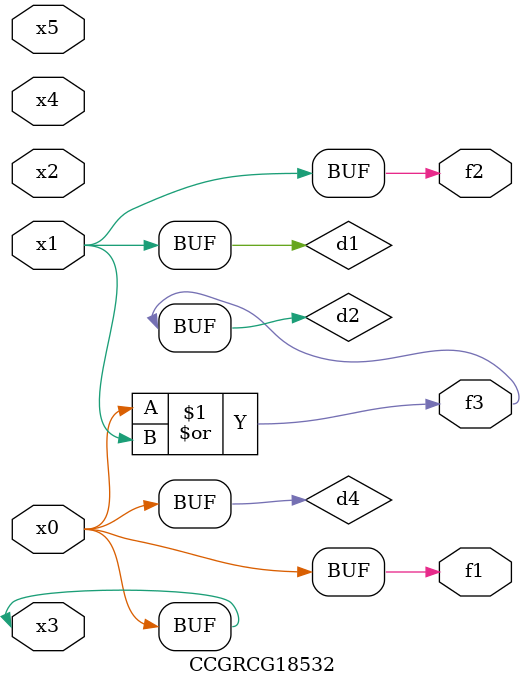
<source format=v>
module CCGRCG18532(
	input x0, x1, x2, x3, x4, x5,
	output f1, f2, f3
);

	wire d1, d2, d3, d4;

	and (d1, x1);
	or (d2, x0, x1);
	nand (d3, x0, x5);
	buf (d4, x0, x3);
	assign f1 = d4;
	assign f2 = d1;
	assign f3 = d2;
endmodule

</source>
